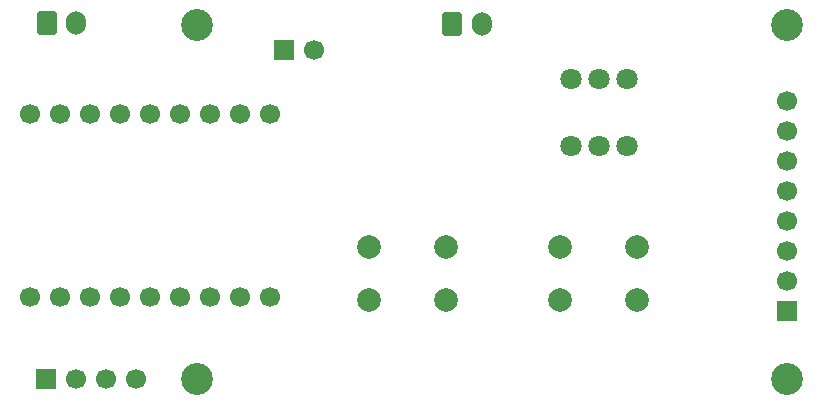
<source format=gbr>
%TF.GenerationSoftware,KiCad,Pcbnew,9.0.6*%
%TF.CreationDate,2026-01-23T02:05:32+03:00*%
%TF.ProjectId,control_panel,636f6e74-726f-46c5-9f70-616e656c2e6b,rev?*%
%TF.SameCoordinates,Original*%
%TF.FileFunction,Soldermask,Bot*%
%TF.FilePolarity,Negative*%
%FSLAX46Y46*%
G04 Gerber Fmt 4.6, Leading zero omitted, Abs format (unit mm)*
G04 Created by KiCad (PCBNEW 9.0.6) date 2026-01-23 02:05:32*
%MOMM*%
%LPD*%
G01*
G04 APERTURE LIST*
G04 Aperture macros list*
%AMRoundRect*
0 Rectangle with rounded corners*
0 $1 Rounding radius*
0 $2 $3 $4 $5 $6 $7 $8 $9 X,Y pos of 4 corners*
0 Add a 4 corners polygon primitive as box body*
4,1,4,$2,$3,$4,$5,$6,$7,$8,$9,$2,$3,0*
0 Add four circle primitives for the rounded corners*
1,1,$1+$1,$2,$3*
1,1,$1+$1,$4,$5*
1,1,$1+$1,$6,$7*
1,1,$1+$1,$8,$9*
0 Add four rect primitives between the rounded corners*
20,1,$1+$1,$2,$3,$4,$5,0*
20,1,$1+$1,$4,$5,$6,$7,0*
20,1,$1+$1,$6,$7,$8,$9,0*
20,1,$1+$1,$8,$9,$2,$3,0*%
G04 Aperture macros list end*
%ADD10C,1.700000*%
%ADD11O,1.700000X2.000000*%
%ADD12RoundRect,0.250000X-0.600000X-0.750000X0.600000X-0.750000X0.600000X0.750000X-0.600000X0.750000X0*%
%ADD13C,2.700000*%
%ADD14C,2.000000*%
%ADD15C,1.800000*%
%ADD16R,1.700000X1.700000*%
G04 APERTURE END LIST*
D10*
%TO.C,ESPMC1*%
X51835000Y-76250000D03*
X54375000Y-76250000D03*
X54375000Y-60750000D03*
X59455000Y-60750000D03*
X61995000Y-60750000D03*
X64535000Y-60750000D03*
X67075000Y-60750000D03*
X69615000Y-60750000D03*
X72155000Y-60750000D03*
X72155000Y-76250000D03*
X69615000Y-76250000D03*
X51835000Y-60750000D03*
X67075000Y-76250000D03*
X64535000Y-76250000D03*
X56915000Y-60750000D03*
X61995000Y-76250000D03*
X59455000Y-76250000D03*
X56915000Y-76250000D03*
%TD*%
D11*
%TO.C,Inspection_Light1*%
X90100000Y-53125000D03*
D12*
X87600000Y-53125000D03*
%TD*%
D13*
%TO.C,REF\u002A\u002A*%
X66000000Y-83200000D03*
%TD*%
D14*
%TO.C,SW_RESERVED1*%
X103250000Y-76500000D03*
X96750000Y-76500000D03*
X103250000Y-72000000D03*
X96750000Y-72000000D03*
%TD*%
D15*
%TO.C,SW_Inspection_Light1*%
X97650000Y-63400000D03*
X100050000Y-63400000D03*
X102450000Y-63400000D03*
X102450000Y-57800000D03*
X100050000Y-57800000D03*
X97650000Y-57800000D03*
%TD*%
D13*
%TO.C,REF\u002A\u002A*%
X66000000Y-53200000D03*
%TD*%
%TO.C,REF\u002A\u002A*%
X116000000Y-83200000D03*
%TD*%
%TO.C,REF\u002A\u002A*%
X116000000Y-53200000D03*
%TD*%
D16*
%TO.C,Relay_2CH1*%
X53205000Y-83200000D03*
D10*
X55745000Y-83200000D03*
X58285000Y-83200000D03*
X60825000Y-83200000D03*
%TD*%
D14*
%TO.C,SW_Cancel_Reset1*%
X80600000Y-72000000D03*
X87100000Y-72000000D03*
X80600000Y-76500000D03*
X87100000Y-76500000D03*
%TD*%
D12*
%TO.C,5VGND1*%
X53300000Y-53050000D03*
D11*
X55800000Y-53050000D03*
%TD*%
D16*
%TO.C,ST7789_Socket1*%
X116000000Y-77400000D03*
D10*
X116000000Y-74860000D03*
X116000000Y-72320000D03*
X116000000Y-69780000D03*
X116000000Y-67240000D03*
X116000000Y-64700000D03*
X116000000Y-62160000D03*
X116000000Y-59620000D03*
%TD*%
D16*
%TO.C,Buzzer_Conn_01x02_1*%
X73385000Y-55350000D03*
D10*
X75925000Y-55350000D03*
%TD*%
M02*

</source>
